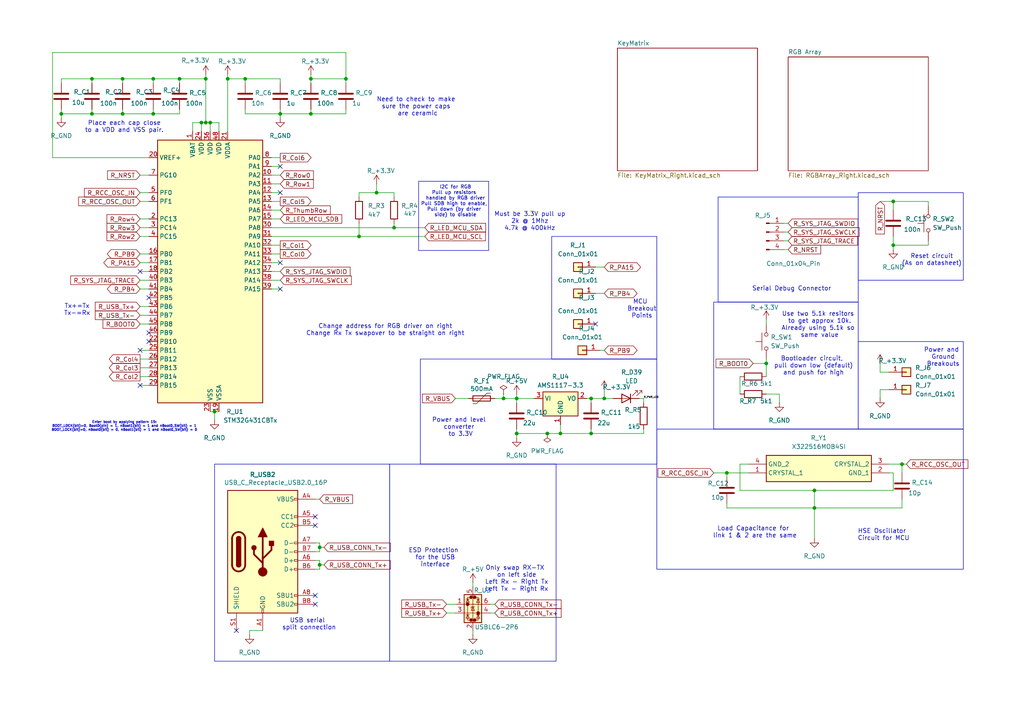
<source format=kicad_sch>
(kicad_sch (version 20250114) (generator "eeschema") (generator_version "9.0")
  (paper "A4")
  (lib_symbols
    (symbol "Connector:Conn_01x04_Pin" (pin_names (offset 1.016) (hide yes))
      (property "Reference" "J" (at 0 5.08 0))
      (property "Value" "Conn_01x04_Pin" (at 0 -7.62 0))
      (symbol "Conn_01x04_Pin_1_1"
        (pin passive line (at 5.08 2.54 180) (length 3.81) (name "Pin_1") (number "1"))
        (pin passive line (at 5.08 0 180) (length 3.81) (name "Pin_2") (number "2"))
        (pin passive line (at 5.08 -2.54 180) (length 3.81) (name "Pin_3") (number "3"))
        (pin passive line (at 5.08 -5.08 180) (length 3.81) (name "Pin_4") (number "4"))
      )
    )
    (symbol "Connector:USB_C_Receptacle_USB2.0_16P" (pin_names (offset 1.016))
      (property "Reference" "J" (at 0 22.225 0))
      (property "Value" "USB_C_Receptacle_USB2.0_16P" (at 0 19.685 0))
      (symbol "USB_C_Receptacle_USB2.0_16P_1_1"
        (pin passive line (at -7.62 -22.86 90) (length 5.08) (name "SHIELD") (number "S1"))
        (pin passive line (at 0 -22.86 90) (length 5.08) (name "GND") (number "A1"))
        (pin passive line (at 0 -22.86 90) (length 5.08) (hide yes) (name "GND") (number "A12"))
        (pin passive line (at 0 -22.86 90) (length 5.08) (hide yes) (name "GND") (number "B1"))
        (pin passive line (at 0 -22.86 90) (length 5.08) (hide yes) (name "GND") (number "B12"))
        (pin passive line (at 15.24 15.24 180) (length 5.08) (name "VBUS") (number "A4"))
        (pin passive line (at 15.24 15.24 180) (length 5.08) (hide yes) (name "VBUS") (number "A9"))
        (pin passive line (at 15.24 15.24 180) (length 5.08) (hide yes) (name "VBUS") (number "B4"))
        (pin passive line (at 15.24 15.24 180) (length 5.08) (hide yes) (name "VBUS") (number "B9"))
        (pin bidirectional line (at 15.24 10.16 180) (length 5.08) (name "CC1") (number "A5"))
        (pin bidirectional line (at 15.24 7.62 180) (length 5.08) (name "CC2") (number "B5"))
        (pin bidirectional line (at 15.24 2.54 180) (length 5.08) (name "D-") (number "A7"))
        (pin bidirectional line (at 15.24 0 180) (length 5.08) (name "D-") (number "B7"))
        (pin bidirectional line (at 15.24 -2.54 180) (length 5.08) (name "D+") (number "A6"))
        (pin bidirectional line (at 15.24 -5.08 180) (length 5.08) (name "D+") (number "B6"))
        (pin bidirectional line (at 15.24 -12.7 180) (length 5.08) (name "SBU1") (number "A8"))
        (pin bidirectional line (at 15.24 -15.24 180) (length 5.08) (name "SBU2") (number "B8"))
      )
    )
    (symbol "Connector_Generic:Conn_01x01" (pin_names (offset 1.016) (hide yes))
      (property "Reference" "J" (at 0 2.54 0))
      (property "Value" "Conn_01x01" (at 0 -2.54 0))
      (symbol "Conn_01x01_1_1"
        (pin passive line (at -5.08 0 0) (length 3.81) (name "Pin_1") (number "1"))
      )
    )
    (symbol "Device:C" (pin_numbers (hide yes)) (pin_names (offset 0.254))
      (property "Reference" "C" (at 0.635 2.54 0))
      (property "Value" "C" (at 0.635 -2.54 0))
      (symbol "C_1_1"
        (pin passive line (at 0 3.81 270) (length 2.794) (name "~") (number "1"))
        (pin passive line (at 0 -3.81 90) (length 2.794) (name "~") (number "2"))
      )
    )
    (symbol "Device:LED" (pin_numbers (hide yes)) (pin_names (offset 1.016) (hide yes))
      (property "Reference" "D" (at 0 2.54 0))
      (property "Value" "LED" (at 0 -2.54 0))
      (symbol "LED_1_1"
        (pin passive line (at -3.81 0 0) (length 2.54) (name "K") (number "1"))
        (pin passive line (at 3.81 0 180) (length 2.54) (name "A") (number "2"))
      )
    )
    (symbol "Device:Polyfuse" (pin_numbers (hide yes)) (pin_names (offset 0))
      (property "Reference" "F" (at -2.54 0 90))
      (property "Value" "Polyfuse" (at 2.54 0 90))
      (symbol "Polyfuse_1_1"
        (pin passive line (at 0 3.81 270) (length 1.27) (name "~") (number "1"))
        (pin passive line (at 0 -3.81 90) (length 1.27) (name "~") (number "2"))
      )
    )
    (symbol "Device:R" (pin_numbers (hide yes)) (pin_names (offset 0))
      (property "Reference" "R" (at 2.032 0 90))
      (property "Value" "R" (at 0 0 90))
      (symbol "R_1_1"
        (pin passive line (at 0 3.81 270) (length 1.27) (name "~") (number "1"))
        (pin passive line (at 0 -3.81 90) (length 1.27) (name "~") (number "2"))
      )
    )
    (symbol "MCU_ST_STM32G4:STM32G431CBTx"
      (property "Reference" "U" (at -15.24 39.37 0))
      (property "Value" "STM32G431CBTx" (at 7.62 39.37 0))
      (symbol "STM32G431CBTx_1_1"
        (pin input line (at -17.78 33.02 0) (length 2.54) (name "VREF+") (number "20"))
        (pin bidirectional line (at -17.78 27.94 0) (length 2.54) (name "PG10") (number "7"))
        (pin bidirectional line (at -17.78 22.86 0) (length 2.54) (name "PF0") (number "5"))
        (pin bidirectional line (at -17.78 20.32 0) (length 2.54) (name "PF1") (number "6"))
        (pin bidirectional line (at -17.78 15.24 0) (length 2.54) (name "PC13") (number "2"))
        (pin bidirectional line (at -17.78 12.7 0) (length 2.54) (name "PC14") (number "3"))
        (pin bidirectional line (at -17.78 10.16 0) (length 2.54) (name "PC15") (number "4"))
        (pin bidirectional line (at -17.78 5.08 0) (length 2.54) (name "PB0") (number "16"))
        (pin bidirectional line (at -17.78 2.54 0) (length 2.54) (name "PB1") (number "17"))
        (pin bidirectional line (at -17.78 0 0) (length 2.54) (name "PB2") (number "18"))
        (pin bidirectional line (at -17.78 -2.54 0) (length 2.54) (name "PB3") (number "40"))
        (pin bidirectional line (at -17.78 -5.08 0) (length 2.54) (name "PB4") (number "41"))
        (pin bidirectional line (at -17.78 -7.62 0) (length 2.54) (name "PB5") (number "42"))
        (pin bidirectional line (at -17.78 -10.16 0) (length 2.54) (name "PB6") (number "43"))
        (pin bidirectional line (at -17.78 -12.7 0) (length 2.54) (name "PB7") (number "44"))
        (pin bidirectional line (at -17.78 -15.24 0) (length 2.54) (name "PB8") (number "45"))
        (pin bidirectional line (at -17.78 -17.78 0) (length 2.54) (name "PB9") (number "46"))
        (pin bidirectional line (at -17.78 -20.32 0) (length 2.54) (name "PB10") (number "22"))
        (pin bidirectional line (at -17.78 -22.86 0) (length 2.54) (name "PB11") (number "25"))
        (pin bidirectional line (at -17.78 -25.4 0) (length 2.54) (name "PB12") (number "26"))
        (pin bidirectional line (at -17.78 -27.94 0) (length 2.54) (name "PB13") (number "27"))
        (pin bidirectional line (at -17.78 -30.48 0) (length 2.54) (name "PB14") (number "28"))
        (pin bidirectional line (at -17.78 -33.02 0) (length 2.54) (name "PB15") (number "29"))
        (pin power_in line (at -5.08 40.64 270) (length 2.54) (name "VBAT") (number "1"))
        (pin power_in line (at -2.54 40.64 270) (length 2.54) (name "VDD") (number "24"))
        (pin power_in line (at 0 40.64 270) (length 2.54) (name "VDD") (number "36"))
        (pin power_in line (at 0 -40.64 90) (length 2.54) (name "VSS") (number "23"))
        (pin passive line (at 0 -40.64 90) (length 2.54) (hide yes) (name "VSS") (number "35"))
        (pin passive line (at 0 -40.64 90) (length 2.54) (hide yes) (name "VSS") (number "47"))
        (pin power_in line (at 2.54 40.64 270) (length 2.54) (name "VDD") (number "48"))
        (pin power_in line (at 2.54 -40.64 90) (length 2.54) (name "VSSA") (number "19"))
        (pin power_in line (at 5.08 40.64 270) (length 2.54) (name "VDDA") (number "21"))
        (pin bidirectional line (at 17.78 33.02 180) (length 2.54) (name "PA0") (number "8"))
        (pin bidirectional line (at 17.78 30.48 180) (length 2.54) (name "PA1") (number "9"))
        (pin bidirectional line (at 17.78 27.94 180) (length 2.54) (name "PA2") (number "10"))
        (pin bidirectional line (at 17.78 25.4 180) (length 2.54) (name "PA3") (number "11"))
        (pin bidirectional line (at 17.78 22.86 180) (length 2.54) (name "PA4") (number "12"))
        (pin bidirectional line (at 17.78 20.32 180) (length 2.54) (name "PA5") (number "13"))
        (pin bidirectional line (at 17.78 17.78 180) (length 2.54) (name "PA6") (number "14"))
        (pin bidirectional line (at 17.78 15.24 180) (length 2.54) (name "PA7") (number "15"))
        (pin bidirectional line (at 17.78 12.7 180) (length 2.54) (name "PA8") (number "30"))
        (pin bidirectional line (at 17.78 10.16 180) (length 2.54) (name "PA9") (number "31"))
        (pin bidirectional line (at 17.78 7.62 180) (length 2.54) (name "PA10") (number "32"))
        (pin bidirectional line (at 17.78 5.08 180) (length 2.54) (name "PA11") (number "33"))
        (pin bidirectional line (at 17.78 2.54 180) (length 2.54) (name "PA12") (number "34"))
        (pin bidirectional line (at 17.78 0 180) (length 2.54) (name "PA13") (number "37"))
        (pin bidirectional line (at 17.78 -2.54 180) (length 2.54) (name "PA14") (number "38"))
        (pin bidirectional line (at 17.78 -5.08 180) (length 2.54) (name "PA15") (number "39"))
      )
    )
    (symbol "Power_Protection:USBLC6-2P6" (pin_names (hide yes))
      (property "Reference" "U" (at 0.635 5.715 0))
      (property "Value" "USBLC6-2P6" (at 0.635 3.81 0))
      (symbol "USBLC6-2P6_1_1"
        (pin passive line (at -5.08 0 0) (length 2.54) (name "I/O1") (number "1"))
        (pin passive line (at -5.08 -2.54 0) (length 2.54) (name "I/O2") (number "3"))
        (pin passive line (at 0 5.08 270) (length 2.54) (name "VBUS") (number "5"))
        (pin passive line (at 0 -7.62 90) (length 2.54) (name "GND") (number "2"))
        (pin passive line (at 5.08 0 180) (length 2.54) (name "I/O1") (number "6"))
        (pin passive line (at 5.08 -2.54 180) (length 2.54) (name "I/O2") (number "4"))
      )
    )
    (symbol "Regulator_Linear:AMS1117-3.3"
      (property "Reference" "U" (at -3.81 3.175 0))
      (property "Value" "AMS1117-3.3" (at 0 3.175 0))
      (symbol "AMS1117-3.3_1_1"
        (pin power_in line (at -7.62 0 0) (length 2.54) (name "VI") (number "3"))
        (pin power_in line (at 0 -7.62 90) (length 2.54) (name "GND") (number "1"))
        (pin power_out line (at 7.62 0 180) (length 2.54) (name "VO") (number "2"))
      )
    )
    (symbol "SamacSys_Parts:X322516MOB4SI"
      (property "Reference" "Y" (at 36.83 7.62 0))
      (property "Value" "X322516MOB4SI" (at 36.83 5.08 0))
      (symbol "X322516MOB4SI_1_1"
        (pin passive line (at 0 0 0) (length 5.08) (name "GND_2") (number "4"))
        (pin passive line (at 0 -2.54 0) (length 5.08) (name "CRYSTAL_1") (number "1"))
        (pin passive line (at 40.64 0 180) (length 5.08) (name "CRYSTAL_2") (number "3"))
        (pin passive line (at 40.64 -2.54 180) (length 5.08) (name "GND_1") (number "2"))
      )
    )
    (symbol "Switch:SW_Push" (pin_numbers (hide yes)) (pin_names (offset 1.016) (hide yes))
      (property "Reference" "SW" (at 1.27 2.54 0))
      (property "Value" "SW_Push" (at 0 -1.524 0))
      (symbol "SW_Push_0_1"
        (pin passive line (at -5.08 0 0) (length 2.54) (name "1") (number "1"))
        (pin passive line (at 5.08 0 180) (length 2.54) (name "2") (number "2"))
      )
    )
    (symbol "power:+3.3V" (power) (pin_numbers (hide yes)) (pin_names (offset 0) (hide yes))
      (property "Value" "+3.3V" (at 0 3.556 0))
      (symbol "+3.3V_1_1"
        (pin power_in line (at 0 0 90) (length 0) (name "~") (number "1"))
      )
    )
    (symbol "power:+5V" (power) (pin_numbers (hide yes)) (pin_names (offset 0) (hide yes))
      (property "Value" "+5V" (at 0 3.556 0))
      (symbol "+5V_1_1"
        (pin power_in line (at 0 0 90) (length 0) (name "~") (number "1"))
      )
    )
    (symbol "power:GND" (power) (pin_numbers (hide yes)) (pin_names (offset 0) (hide yes))
      (property "Value" "GND" (at 0 -3.81 0))
      (symbol "GND_1_1"
        (pin power_in line (at 0 0 270) (length 0) (name "~") (number "1"))
      )
    )
    (symbol "power:PWR_FLAG" (power) (pin_numbers (hide yes)) (pin_names (offset 0) (hide yes))
      (property "Value" "PWR_FLAG" (at 0 3.81 0))
      (symbol "PWR_FLAG_0_0"
        (pin power_out line (at 0 0 90) (length 0) (name "~") (number "1"))
      )
    )
  )
  (rectangle (start 121.92 104.14) (end 190.5 134.62))
  (rectangle (start 160.02 68.58) (end 190.5 104.14))
  (rectangle (start 190.5 124.46) (end 279.4 165.1))
  (rectangle (start 121.412 52.578) (end 141.732 72.644))
  (rectangle (start 208.28 57.15) (end 248.92 87.63))
  (rectangle (start 248.92 99.06) (end 279.4 124.46))
  (rectangle (start 62.23 134.62) (end 113.03 191.77))
  (rectangle (start 113.03 134.62) (end 161.29 191.77))
  (rectangle (start 207.01 87.63) (end 248.92 124.46))
  (rectangle (start 248.92 55.88) (end 279.4 81.28))
  (text "Place each cap close\nto a VDD and VSS pair." (at 36.068 36.83 0) (effects (font (size 1.27 1.27))))
  (text "Enter boot by applying pattern 15:\nBOOT_LOCK(bit)=0, Boot0(pin) = 1, nBoot1(bit) = 1 and nBoot0_SW(bit) = 1\nBOOT_LOCK(bit)=0, nBoot0(bit) = 0, nBoot1(bit) = 1 and nBoot0_SW(bit) = 0" (at 36.068 123.698 0) (effects (font (size 0.7 0.7))))
  (text "I2C for RGB\nPull up resistors \nhandled by RGB driver\nPull SDB high to enable, \nPull down (by driver \nside) to disable" (at 132.08 58.42 0) (effects (font (size 1 1))))
  (text "Load Capacitance for \nlink 1 & 2 are the same" (at 218.948 154.432 0) (effects (font (size 1.27 1.27))))
  (text "HSE Oscillator \nCircuit for MCU" (at 256.286 155.194 0) (effects (font (size 1.27 1.27))))
  (text "Reset circuit\n(As on datasheet)\n" (at 270.256 75.438 0) (effects (font (size 1.27 1.27))))
  (text "Power and \nGround\nBreakouts\n" (at 273.558 103.632 0) (effects (font (size 1.27 1.27))))
  (text "Tx+=Tx\nTx-=Rx" (at 22.352 89.916 0) (effects (font (size 1.27 1.27))))
  (text "Serial Debug Connector\n" (at 229.616 83.82 0) (effects (font (size 1.27 1.27))))
  (text "Only swap RX-TX \non left side\nLeft Rx - Right Tx\nLeft Tx - Right Rx" (at 149.86 167.894 0) (effects (font (size 1.27 1.27))))
  (text "Bootloader circuit, \npull down low (default)\nand push for high" (at 235.966 106.172 0) (effects (font (size 1.27 1.27))))
  (text "ESD Protection \nfor the USB\ninterface" (at 126.238 161.798 0) (effects (font (size 1.27 1.27))))
  (text "Must be 3.3V pull up\n2k @ 1Mhz\n4.7k @ 400kHz\n" (at 153.67 64.262 0) (effects (font (size 1.27 1.27))))
  (text "MCU \nBreakout\nPoints" (at 186.182 89.662 0) (effects (font (size 1.27 1.27))))
  (text "Use two 5.1k resitors \nto get approx 10k.\nAlready using 5.1k so \nsame value\n" (at 237.744 94.234 0) (effects (font (size 1.27 1.27))))
  (text "Change address for RGB driver on right\nChange Rx Tx swapover to be straight on right" (at 111.76 95.758 0) (effects (font (size 1.27 1.27))))
  (text "Need to check to make \nsure the power caps \nare ceramic" (at 121.158 30.988 0) (effects (font (size 1.27 1.27))))
  (text "USB serial \nsplit connection" (at 89.662 181.102 0) (effects (font (size 1.27 1.27))))
  (text "Power and level \nconverter \nto 3.3V" (at 133.604 123.952 0) (effects (font (size 1.27 1.27))))
  (junction (at 109.22 55.88))
  (junction (at 26.67 22.86))
  (junction (at 104.14 68.58))
  (junction (at 92.71 163.83))
  (junction (at 66.04 22.86))
  (junction (at 58.42 35.56))
  (junction (at 62.23 119.38))
  (junction (at 259.08 71.12))
  (junction (at 26.67 33.02))
  (junction (at 162.56 125.73))
  (junction (at 210.82 137.16))
  (junction (at 92.71 158.75))
  (junction (at 35.56 33.02))
  (junction (at 44.45 33.02))
  (junction (at 52.07 22.86))
  (junction (at 59.69 35.56))
  (junction (at 149.86 125.73))
  (junction (at 222.25 105.41))
  (junction (at 17.78 33.02))
  (junction (at 261.62 134.62))
  (junction (at 35.56 22.86))
  (junction (at 44.45 22.86))
  (junction (at 90.17 33.02))
  (junction (at 114.3 66.04))
  (junction (at 71.12 22.86))
  (junction (at 59.69 22.86))
  (junction (at 146.05 115.57))
  (junction (at 100.33 22.86))
  (junction (at 158.75 125.73))
  (junction (at 171.45 125.73))
  (junction (at 60.96 35.56))
  (junction (at 236.22 142.24))
  (junction (at 149.86 115.57))
  (junction (at 81.28 33.02))
  (junction (at 90.17 22.86))
  (junction (at 175.26 115.57))
  (junction (at 259.08 58.42))
  (junction (at 236.22 147.32))
  (junction (at 171.45 115.57))
  (no_connect (at 91.44 175.26))
  (no_connect (at 40.64 101.6))
  (no_connect (at 81.28 83.82))
  (no_connect (at 81.28 55.88))
  (no_connect (at 40.64 111.76))
  (no_connect (at 81.28 76.2))
  (no_connect (at 91.44 152.4))
  (no_connect (at 91.44 172.72))
  (no_connect (at 43.18 96.52))
  (no_connect (at 172.72 93.98))
  (no_connect (at 43.18 99.06))
  (no_connect (at 43.18 86.36))
  (no_connect (at 68.58 182.88))
  (no_connect (at 81.28 48.26))
  (no_connect (at 40.64 78.74))
  (no_connect (at 91.44 149.86))
  (wire (pts (xy 71.12 31.75) (xy 71.12 33.02)))
  (wire (pts (xy 257.81 137.16) (xy 259.08 137.16)))
  (wire (pts (xy 40.64 101.6) (xy 43.18 101.6)))
  (wire (pts (xy 40.64 106.68) (xy 43.18 106.68)))
  (wire (pts (xy 228.6 69.85) (xy 227.33 69.85)))
  (wire (pts (xy 40.64 111.76) (xy 43.18 111.76)))
  (wire (pts (xy 210.82 147.32) (xy 236.22 147.32)))
  (wire (pts (xy 63.5 38.1) (xy 63.5 35.56)))
  (wire (pts (xy 129.54 175.26) (xy 132.08 175.26)))
  (wire (pts (xy 40.64 109.22) (xy 43.18 109.22)))
  (wire (pts (xy 81.28 76.2) (xy 78.74 76.2)))
  (wire (pts (xy 35.56 31.75) (xy 35.56 33.02)))
  (wire (pts (xy 71.12 22.86) (xy 81.28 22.86)))
  (wire (pts (xy 44.45 22.86) (xy 44.45 24.13)))
  (wire (pts (xy 40.64 63.5) (xy 43.18 63.5)))
  (wire (pts (xy 60.96 35.56) (xy 60.96 38.1)))
  (wire (pts (xy 255.27 113.03) (xy 255.27 115.57)))
  (wire (pts (xy 149.86 125.73) (xy 149.86 127)))
  (wire (pts (xy 90.17 22.86) (xy 90.17 24.13)))
  (wire (pts (xy 81.28 22.86) (xy 81.28 24.13)))
  (wire (pts (xy 26.67 22.86) (xy 35.56 22.86)))
  (wire (pts (xy 222.25 105.41) (xy 222.25 109.22)))
  (wire (pts (xy 149.86 124.46) (xy 149.86 125.73)))
  (wire (pts (xy 104.14 64.77) (xy 104.14 68.58)))
  (wire (pts (xy 218.44 105.41) (xy 222.25 105.41)))
  (wire (pts (xy 186.69 115.57) (xy 186.69 116.84)))
  (wire (pts (xy 40.64 88.9) (xy 43.18 88.9)))
  (wire (pts (xy 81.28 31.75) (xy 81.28 33.02)))
  (wire (pts (xy 158.75 125.73) (xy 162.56 125.73)))
  (wire (pts (xy 226.06 114.3) (xy 226.06 116.84)))
  (wire (pts (xy 81.28 73.66) (xy 78.74 73.66)))
  (wire (pts (xy 58.42 35.56) (xy 58.42 38.1)))
  (wire (pts (xy 171.45 115.57) (xy 171.45 116.84)))
  (wire (pts (xy 59.69 35.56) (xy 58.42 35.56)))
  (wire (pts (xy 173.99 101.6) (xy 175.26 101.6)))
  (wire (pts (xy 81.28 33.02) (xy 81.28 34.29)))
  (wire (pts (xy 210.82 137.16) (xy 210.82 138.43)))
  (wire (pts (xy 92.71 157.48) (xy 92.71 158.75)))
  (wire (pts (xy 81.28 45.72) (xy 78.74 45.72)))
  (wire (pts (xy 228.6 67.31) (xy 227.33 67.31)))
  (wire (pts (xy 81.28 81.28) (xy 78.74 81.28)))
  (wire (pts (xy 52.07 31.75) (xy 52.07 33.02)))
  (wire (pts (xy 71.12 33.02) (xy 81.28 33.02)))
  (wire (pts (xy 81.28 53.34) (xy 78.74 53.34)))
  (wire (pts (xy 26.67 22.86) (xy 26.67 24.13)))
  (wire (pts (xy 149.86 125.73) (xy 158.75 125.73)))
  (wire (pts (xy 90.17 33.02) (xy 90.17 31.75)))
  (wire (pts (xy 228.6 72.39) (xy 227.33 72.39)))
  (wire (pts (xy 255.27 107.95) (xy 255.27 105.41)))
  (wire (pts (xy 186.69 124.46) (xy 186.69 125.73)))
  (wire (pts (xy 40.64 58.42) (xy 43.18 58.42)))
  (wire (pts (xy 146.05 114.3) (xy 146.05 115.57)))
  (wire (pts (xy 81.28 71.12) (xy 78.74 71.12)))
  (wire (pts (xy 17.78 22.86) (xy 26.67 22.86)))
  (wire (pts (xy 217.17 134.62) (xy 214.63 134.62)))
  (wire (pts (xy 257.81 113.03) (xy 255.27 113.03)))
  (wire (pts (xy 40.64 78.74) (xy 43.18 78.74)))
  (wire (pts (xy 40.64 68.58) (xy 43.18 68.58)))
  (wire (pts (xy 44.45 31.75) (xy 44.45 33.02)))
  (wire (pts (xy 214.63 134.62) (xy 214.63 142.24)))
  (wire (pts (xy 143.51 177.8) (xy 142.24 177.8)))
  (wire (pts (xy 72.39 182.88) (xy 72.39 184.15)))
  (wire (pts (xy 257.81 107.95) (xy 255.27 107.95)))
  (wire (pts (xy 185.42 115.57) (xy 186.69 115.57)))
  (wire (pts (xy 269.24 69.85) (xy 269.24 71.12)))
  (wire (pts (xy 78.74 66.04) (xy 114.3 66.04)))
  (wire (pts (xy 104.14 68.58) (xy 123.19 68.58)))
  (wire (pts (xy 104.14 57.15) (xy 104.14 55.88)))
  (wire (pts (xy 59.69 22.86) (xy 59.69 35.56)))
  (wire (pts (xy 91.44 165.1) (xy 92.71 165.1)))
  (wire (pts (xy 222.25 104.14) (xy 222.25 105.41)))
  (wire (pts (xy 259.08 68.58) (xy 259.08 71.12)))
  (wire (pts (xy 269.24 58.42) (xy 269.24 59.69)))
  (wire (pts (xy 214.63 142.24) (xy 236.22 142.24)))
  (wire (pts (xy 17.78 33.02) (xy 26.67 33.02)))
  (wire (pts (xy 114.3 66.04) (xy 123.19 66.04)))
  (wire (pts (xy 109.22 55.88) (xy 104.14 55.88)))
  (wire (pts (xy 100.33 33.02) (xy 100.33 31.75)))
  (wire (pts (xy 44.45 22.86) (xy 52.07 22.86)))
  (wire (pts (xy 137.16 168.91) (xy 137.16 170.18)))
  (wire (pts (xy 15.24 45.72) (xy 15.24 15.24)))
  (wire (pts (xy 35.56 22.86) (xy 35.56 24.13)))
  (wire (pts (xy 59.69 21.59) (xy 59.69 22.86)))
  (wire (pts (xy 62.23 119.38) (xy 62.23 121.92)))
  (wire (pts (xy 162.56 125.73) (xy 171.45 125.73)))
  (wire (pts (xy 40.64 50.8) (xy 43.18 50.8)))
  (wire (pts (xy 92.71 163.83) (xy 93.98 163.83)))
  (wire (pts (xy 40.64 93.98) (xy 43.18 93.98)))
  (wire (pts (xy 236.22 142.24) (xy 259.08 142.24)))
  (wire (pts (xy 81.28 63.5) (xy 78.74 63.5)))
  (wire (pts (xy 175.26 113.03) (xy 175.26 115.57)))
  (wire (pts (xy 259.08 58.42) (xy 269.24 58.42)))
  (wire (pts (xy 91.44 144.78) (xy 92.71 144.78)))
  (wire (pts (xy 17.78 22.86) (xy 17.78 24.13)))
  (wire (pts (xy 146.05 115.57) (xy 149.86 115.57)))
  (wire (pts (xy 137.16 182.88) (xy 137.16 184.15)))
  (wire (pts (xy 171.45 124.46) (xy 171.45 125.73)))
  (wire (pts (xy 40.64 81.28) (xy 43.18 81.28)))
  (wire (pts (xy 143.51 175.26) (xy 142.24 175.26)))
  (wire (pts (xy 15.24 45.72) (xy 43.18 45.72)))
  (wire (pts (xy 92.71 160.02) (xy 91.44 160.02)))
  (wire (pts (xy 26.67 31.75) (xy 26.67 33.02)))
  (wire (pts (xy 17.78 33.02) (xy 17.78 34.29)))
  (wire (pts (xy 132.08 115.57) (xy 135.89 115.57)))
  (wire (pts (xy 17.78 31.75) (xy 17.78 33.02)))
  (wire (pts (xy 236.22 147.32) (xy 236.22 156.21)))
  (wire (pts (xy 81.28 60.96) (xy 78.74 60.96)))
  (wire (pts (xy 143.51 115.57) (xy 146.05 115.57)))
  (wire (pts (xy 222.25 92.71) (xy 222.25 93.98)))
  (wire (pts (xy 91.44 157.48) (xy 92.71 157.48)))
  (wire (pts (xy 52.07 22.86) (xy 52.07 24.13)))
  (wire (pts (xy 92.71 158.75) (xy 93.98 158.75)))
  (wire (pts (xy 228.6 64.77) (xy 227.33 64.77)))
  (wire (pts (xy 81.28 48.26) (xy 78.74 48.26)))
  (wire (pts (xy 207.01 137.16) (xy 210.82 137.16)))
  (wire (pts (xy 214.63 109.22) (xy 214.63 114.3)))
  (wire (pts (xy 259.08 58.42) (xy 259.08 60.96)))
  (wire (pts (xy 92.71 163.83) (xy 92.71 165.1)))
  (wire (pts (xy 261.62 147.32) (xy 236.22 147.32)))
  (wire (pts (xy 100.33 22.86) (xy 100.33 24.13)))
  (wire (pts (xy 90.17 22.86) (xy 100.33 22.86)))
  (wire (pts (xy 259.08 72.39) (xy 259.08 71.12)))
  (wire (pts (xy 129.54 177.8) (xy 132.08 177.8)))
  (wire (pts (xy 40.64 76.2) (xy 43.18 76.2)))
  (wire (pts (xy 261.62 147.32) (xy 261.62 144.78)))
  (wire (pts (xy 109.22 55.88) (xy 114.3 55.88)))
  (wire (pts (xy 261.62 134.62) (xy 262.89 134.62)))
  (wire (pts (xy 259.08 137.16) (xy 259.08 142.24)))
  (wire (pts (xy 236.22 142.24) (xy 236.22 147.32)))
  (wire (pts (xy 78.74 68.58) (xy 104.14 68.58)))
  (wire (pts (xy 109.22 53.34) (xy 109.22 55.88)))
  (wire (pts (xy 175.26 115.57) (xy 177.8 115.57)))
  (wire (pts (xy 81.28 50.8) (xy 78.74 50.8)))
  (wire (pts (xy 40.64 55.88) (xy 43.18 55.88)))
  (wire (pts (xy 261.62 134.62) (xy 261.62 137.16)))
  (wire (pts (xy 114.3 55.88) (xy 114.3 57.15)))
  (wire (pts (xy 149.86 115.57) (xy 154.94 115.57)))
  (wire (pts (xy 62.23 119.38) (xy 63.5 119.38)))
  (wire (pts (xy 66.04 22.86) (xy 66.04 38.1)))
  (wire (pts (xy 257.81 134.62) (xy 261.62 134.62)))
  (wire (pts (xy 40.64 66.04) (xy 43.18 66.04)))
  (wire (pts (xy 222.25 114.3) (xy 226.06 114.3)))
  (wire (pts (xy 114.3 64.77) (xy 114.3 66.04)))
  (wire (pts (xy 66.04 22.86) (xy 71.12 22.86)))
  (wire (pts (xy 186.69 125.73) (xy 171.45 125.73)))
  (wire (pts (xy 71.12 22.86) (xy 71.12 24.13)))
  (wire (pts (xy 63.5 35.56) (xy 60.96 35.56)))
  (wire (pts (xy 255.27 58.42) (xy 259.08 58.42)))
  (wire (pts (xy 149.86 114.3) (xy 149.86 115.57)))
  (wire (pts (xy 91.44 162.56) (xy 92.71 162.56)))
  (wire (pts (xy 81.28 33.02) (xy 90.17 33.02)))
  (wire (pts (xy 40.64 73.66) (xy 43.18 73.66)))
  (wire (pts (xy 52.07 33.02) (xy 44.45 33.02)))
  (wire (pts (xy 52.07 22.86) (xy 59.69 22.86)))
  (wire (pts (xy 100.33 15.24) (xy 100.33 22.86)))
  (wire (pts (xy 172.72 77.47) (xy 175.26 77.47)))
  (wire (pts (xy 40.64 83.82) (xy 43.18 83.82)))
  (wire (pts (xy 172.72 85.09) (xy 175.26 85.09)))
  (wire (pts (xy 72.39 182.88) (xy 76.2 182.88)))
  (wire (pts (xy 58.42 35.56) (xy 55.88 35.56)))
  (wire (pts (xy 90.17 33.02) (xy 100.33 33.02)))
  (wire (pts (xy 81.28 58.42) (xy 78.74 58.42)))
  (wire (pts (xy 81.28 78.74) (xy 78.74 78.74)))
  (wire (pts (xy 81.28 55.88) (xy 78.74 55.88)))
  (wire (pts (xy 171.45 115.57) (xy 175.26 115.57)))
  (wire (pts (xy 35.56 22.86) (xy 44.45 22.86)))
  (wire (pts (xy 90.17 21.59) (xy 90.17 22.86)))
  (wire (pts (xy 81.28 83.82) (xy 78.74 83.82)))
  (wire (pts (xy 15.24 15.24) (xy 100.33 15.24)))
  (wire (pts (xy 60.96 119.38) (xy 62.23 119.38)))
  (wire (pts (xy 92.71 158.75) (xy 92.71 160.02)))
  (wire (pts (xy 217.17 137.16) (xy 210.82 137.16)))
  (wire (pts (xy 259.08 71.12) (xy 269.24 71.12)))
  (wire (pts (xy 66.04 21.59) (xy 66.04 22.86)))
  (wire (pts (xy 40.64 91.44) (xy 43.18 91.44)))
  (wire (pts (xy 44.45 33.02) (xy 35.56 33.02)))
  (wire (pts (xy 162.56 125.73) (xy 162.56 123.19)))
  (wire (pts (xy 210.82 146.05) (xy 210.82 147.32)))
  (wire (pts (xy 170.18 115.57) (xy 171.45 115.57)))
  (wire (pts (xy 149.86 115.57) (xy 149.86 116.84)))
  (wire (pts (xy 92.71 162.56) (xy 92.71 163.83)))
  (wire (pts (xy 60.96 35.56) (xy 59.69 35.56)))
  (wire (pts (xy 26.67 33.02) (xy 35.56 33.02)))
  (wire (pts (xy 55.88 35.56) (xy 55.88 38.1)))
  (wire (pts (xy 40.64 104.14) (xy 43.18 104.14)))
  (label "R_PWR_LED" (at 186.69 115.57 0) (effects (font (size 0.5 0.5))))
  (global_label "R_Col0" (shape output) (at 81.28 73.66 0) (property "Intersheetrefs" "${INTERSHEET_REFS}" (effects (hide yes))))
  (global_label "R_VBUS" (shape input) (at 132.08 115.57 180) (property "Intersheetrefs" "${INTERSHEET_REFS}" (effects (hide yes))))
  (global_label "R_NRST" (shape input) (at 228.6 72.39 0) (property "Intersheetrefs" "${INTERSHEET_REFS}" (effects (hide yes))))
  (global_label "R_Row1" (shape input) (at 81.28 53.34 0) (property "Intersheetrefs" "${INTERSHEET_REFS}" (effects (hide yes))))
  (global_label "R_PB4" (shape bidirectional) (at 40.64 83.82 180) (property "Intersheetrefs" "${INTERSHEET_REFS}" (effects (hide yes))))
  (global_label "R_LED_MCU_SDA" (shape input) (at 123.19 66.04 0) (property "Intersheetrefs" "${INTERSHEET_REFS}" (effects (hide yes))))
  (global_label "R_Row2" (shape input) (at 40.64 68.58 180) (property "Intersheetrefs" "${INTERSHEET_REFS}" (effects (hide yes))))
  (global_label "R_Row3" (shape input) (at 40.64 66.04 180) (property "Intersheetrefs" "${INTERSHEET_REFS}" (effects (hide yes))))
  (global_label "R_ThumbRow" (shape input) (at 81.28 60.96 0) (property "Intersheetrefs" "${INTERSHEET_REFS}" (effects (hide yes))))
  (global_label "R_PB9" (shape bidirectional) (at 175.26 101.6 0) (property "Intersheetrefs" "${INTERSHEET_REFS}" (effects (hide yes))))
  (global_label "R_Col5" (shape output) (at 81.28 58.42 0) (property "Intersheetrefs" "${INTERSHEET_REFS}" (effects (hide yes))))
  (global_label "R_USB_Tx+" (shape input) (at 129.54 177.8 180) (property "Intersheetrefs" "${INTERSHEET_REFS}" (effects (hide yes))))
  (global_label "R_USB_Tx+" (shape input) (at 40.64 88.9 180) (property "Intersheetrefs" "${INTERSHEET_REFS}" (effects (hide yes))))
  (global_label "R_RCC_OSC_IN" (shape input) (at 207.01 137.16 180) (property "Intersheetrefs" "${INTERSHEET_REFS}" (effects (hide yes))))
  (global_label "R_NRST" (shape input) (at 255.27 58.42 270) (property "Intersheetrefs" "${INTERSHEET_REFS}" (effects (hide yes))))
  (global_label "R_SYS_JTAG_SWDIO" (shape input) (at 81.28 78.74 0) (property "Intersheetrefs" "${INTERSHEET_REFS}" (effects (hide yes))))
  (global_label "R_PB4" (shape bidirectional) (at 175.26 85.09 0) (property "Intersheetrefs" "${INTERSHEET_REFS}" (effects (hide yes))))
  (global_label "R_LED_MCU_SCL" (shape input) (at 123.19 68.58 0) (property "Intersheetrefs" "${INTERSHEET_REFS}" (effects (hide yes))))
  (global_label "R_RCC_OSC_OUT" (shape input) (at 262.89 134.62 0) (property "Intersheetrefs" "${INTERSHEET_REFS}" (effects (hide yes))))
  (global_label "R_RCC_OSC_OUT" (shape input) (at 40.64 58.42 180) (property "Intersheetrefs" "${INTERSHEET_REFS}" (effects (hide yes))))
  (global_label "R_SYS_JTAG_TRACE" (shape input) (at 40.64 81.28 180) (property "Intersheetrefs" "${INTERSHEET_REFS}" (effects (hide yes))))
  (global_label "R_Col4" (shape output) (at 40.64 104.14 180) (property "Intersheetrefs" "${INTERSHEET_REFS}" (effects (hide yes))))
  (global_label "R_USB_Tx-" (shape input) (at 40.64 91.44 180) (property "Intersheetrefs" "${INTERSHEET_REFS}" (effects (hide yes))))
  (global_label "R_Row0" (shape input) (at 81.28 50.8 0) (property "Intersheetrefs" "${INTERSHEET_REFS}" (effects (hide yes))))
  (global_label "R_SYS_JTAG_SWDIO" (shape input) (at 228.6 64.77 0) (property "Intersheetrefs" "${INTERSHEET_REFS}" (effects (hide yes))))
  (global_label "R_SYS_JTAG_SWCLK" (shape input) (at 81.28 81.28 0) (property "Intersheetrefs" "${INTERSHEET_REFS}" (effects (hide yes))))
  (global_label "R_NRST" (shape input) (at 40.64 50.8 180) (property "Intersheetrefs" "${INTERSHEET_REFS}" (effects (hide yes))))
  (global_label "R_USB_CONN_Tx+" (shape input) (at 143.51 177.8 0) (property "Intersheetrefs" "${INTERSHEET_REFS}" (effects (hide yes))))
  (global_label "R_BOOT0" (shape input) (at 218.44 105.41 180) (property "Intersheetrefs" "${INTERSHEET_REFS}" (effects (hide yes))))
  (global_label "R_Col1" (shape output) (at 81.28 71.12 0) (property "Intersheetrefs" "${INTERSHEET_REFS}" (effects (hide yes))))
  (global_label "R_Col2" (shape output) (at 40.64 109.22 180) (property "Intersheetrefs" "${INTERSHEET_REFS}" (effects (hide yes))))
  (global_label "R_USB_CONN_Tx-" (shape input) (at 143.51 175.26 0) (property "Intersheetrefs" "${INTERSHEET_REFS}" (effects (hide yes))))
  (global_label "R_RCC_OSC_IN" (shape input) (at 40.64 55.88 180) (property "Intersheetrefs" "${INTERSHEET_REFS}" (effects (hide yes))))
  (global_label "R_LED_MCU_SDB" (shape input) (at 81.28 63.5 0) (property "Intersheetrefs" "${INTERSHEET_REFS}" (effects (hide yes))))
  (global_label "R_VBUS" (shape input) (at 92.71 144.78 0) (property "Intersheetrefs" "${INTERSHEET_REFS}" (effects (hide yes))))
  (global_label "R_PA15" (shape bidirectional) (at 40.64 76.2 180) (property "Intersheetrefs" "${INTERSHEET_REFS}" (effects (hide yes))))
  (global_label "R_SYS_JTAG_TRACE" (shape input) (at 228.6 69.85 0) (property "Intersheetrefs" "${INTERSHEET_REFS}" (effects (hide yes))))
  (global_label "R_USB_CONN_Tx-" (shape input) (at 93.98 158.75 0) (property "Intersheetrefs" "${INTERSHEET_REFS}" (effects (hide yes))))
  (global_label "R_Row4" (shape input) (at 40.64 63.5 180) (property "Intersheetrefs" "${INTERSHEET_REFS}" (effects (hide yes))))
  (global_label "R_USB_Tx-" (shape input) (at 129.54 175.26 180) (property "Intersheetrefs" "${INTERSHEET_REFS}" (effects (hide yes))))
  (global_label "R_SYS_JTAG_SWCLK" (shape input) (at 228.6 67.31 0) (property "Intersheetrefs" "${INTERSHEET_REFS}" (effects (hide yes))))
  (global_label "R_PA15" (shape bidirectional) (at 175.26 77.47 0) (property "Intersheetrefs" "${INTERSHEET_REFS}" (effects (hide yes))))
  (global_label "R_Col6" (shape output) (at 81.28 45.72 0) (property "Intersheetrefs" "${INTERSHEET_REFS}" (effects (hide yes))))
  (global_label "R_PB9" (shape bidirectional) (at 40.64 73.66 180) (property "Intersheetrefs" "${INTERSHEET_REFS}" (effects (hide yes))))
  (global_label "R_BOOT0" (shape input) (at 40.64 93.98 180) (property "Intersheetrefs" "${INTERSHEET_REFS}" (effects (hide yes))))
  (global_label "R_Col3" (shape output) (at 40.64 106.68 180) (property "Intersheetrefs" "${INTERSHEET_REFS}" (effects (hide yes))))
  (global_label "R_USB_CONN_Tx+" (shape input) (at 93.98 163.83 0) (property "Intersheetrefs" "${INTERSHEET_REFS}" (effects (hide yes))))
  (symbol (lib_id "power:+3.3V") (at 255.27 105.41 0) (unit 1)
    (property "Reference" "#PWR033" (effects (hide yes)))
    (property "Value" "R_+3.3V" (at 258.826 104.648 0))
    (property "Description" "Power symbol creates a global label with name \"+3.3V\"" (effects (hide yes)))
  )
  (symbol (lib_id "Device:R") (at 114.3 60.96 0) (unit 1)
    (property "Reference" "R_R4" (at 116.332 59.69 0) (effects (justify left)))
    (property "Value" "4k7" (at 117.094 61.976 0) (effects (justify left)))
    (property "Footprint" "Resistor_SMD:R_0603_1608Metric" (effects (hide yes)))
    (property "Description" "Resistor" (effects (hide yes)))
    (property "LCSC Part Number" "C23162" (effects (hide yes)))
  )
  (symbol (lib_id "Device:C") (at 100.33 27.94 0) (unit 1)
    (property "Reference" "R_C9" (at 103.124 26.924 0) (effects (justify left)))
    (property "Value" "1u" (at 102.108 29.972 0) (effects (justify left)))
    (property "Footprint" "Capacitor_SMD:C_0603_1608Metric" (effects (hide yes)))
    (property "Description" "Unpolarized capacitor" (effects (hide yes)))
    (property "LCSC Part Number" "C1592" (effects (hide yes)))
  )
  (symbol (lib_id "Device:R") (at 218.44 114.3 270) (unit 1)
    (property "Reference" "R_R7" (at 216.916 116.332 90))
    (property "Value" "5k1" (at 222.25 116.332 90))
    (property "Footprint" "Resistor_SMD:R_0603_1608Metric" (effects (hide yes)))
    (property "Description" "Resistor" (effects (hide yes)))
    (property "LCSC Part Number" "C23067" (effects (hide yes)))
  )
  (symbol (lib_id "Device:C") (at 210.82 142.24 0) (unit 1)
    (property "Reference" "R_C12" (at 205.232 140.208 0) (effects (justify left)))
    (property "Value" "10p" (at 206.248 144.272 0) (effects (justify left)))
    (property "Footprint" "Capacitor_SMD:C_0402_1005Metric" (effects (hide yes)))
    (property "Description" "Unpolarized capacitor" (effects (hide yes)))
    (property "LCSC Part Number" "C1545" (effects (hide yes)))
  )
  (symbol (lib_id "MCU_ST_STM32G4:STM32G431CBTx") (at 60.96 78.74 0) (unit 1)
    (property "Reference" "R_U1" (at 65.6433 119.38 0) (effects (justify left)))
    (property "Value" "STM32G431CBTx" (at 64.77 121.92 0) (effects (justify left)))
    (property "Footprint" "Package_QFP:LQFP-48_7x7mm_P0.5mm" (effects (hide yes)))
    (property "Datasheet" "https://www.st.com/resource/en/datasheet/stm32g431cb.pdf" (effects (hide yes)))
    (property "Description" "STMicroelectronics Arm Cortex-M4 MCU, 128KB flash, 32KB RAM, 170 MHz, 1.71-3.6V, 38 GPIO, LQFP48" (effects (hide yes)))
    (property "LCSC Part Number" "C529355" (effects (hide yes)))
  )
  (symbol (lib_id "power:+3.3V") (at 222.25 92.71 0) (unit 1)
    (property "Reference" "#PWR032" (effects (hide yes)))
    (property "Value" "R_+3.3V" (at 221.742 89.154 0))
    (property "Description" "Power symbol creates a global label with name \"+3.3V\"" (effects (hide yes)))
  )
  (symbol (lib_id "Connector:Conn_01x04_Pin") (at 222.25 67.31 0) (unit 1)
    (property "Reference" "R_J5" (at 221.234 62.484 0))
    (property "Value" "Conn_01x04_Pin" (at 230.124 76.454 0))
    (property "Footprint" "Connector_Wire:SolderWire-1sqmm_1x04_P5.4mm_D1.4mm_OD2.7mm" (effects (hide yes)))
    (property "Description" "Generic connector, single row, 01x04, script generated" (effects (hide yes)))
  )
  (symbol (lib_id "power:GND") (at 62.23 121.92 0) (unit 1)
    (property "Reference" "#PWR038" (effects (hide yes)))
    (property "Value" "R_GND" (at 62.23 127 0))
    (property "Description" "Power symbol creates a global label with name \"GND\" , ground" (effects (hide yes)))
  )
  (symbol (lib_id "Device:C") (at 26.67 27.94 0) (unit 1)
    (property "Reference" "R_C2" (at 30.48 26.6699 0) (effects (justify left)))
    (property "Value" "100n" (at 28.956 29.972 0) (effects (justify left)))
    (property "Footprint" "Capacitor_SMD:C_0402_1005Metric" (effects (hide yes)))
    (property "Description" "Unpolarized capacitor" (effects (hide yes)))
    (property "LCSC Part Number" "C1525" (effects (hide yes)))
  )
  (symbol (lib_id "Connector_Generic:Conn_01x01") (at 262.89 113.03 0) (unit 1)
    (property "Reference" "R_J7" (at 265.43 111.7599 0) (effects (justify left)))
    (property "Value" "Conn_01x01" (at 265.43 114.2999 0) (effects (justify left)))
    (property "Footprint" "Connector_Wire:SolderWire-0.1sqmm_1x01_D0.4mm_OD1mm" (effects (hide yes)))
    (property "Description" "Generic connector, single row, 01x01, script generated (kicad-library-utils/schlib/autogen/connector/)" (effects (hide yes)))
  )
  (symbol (lib_id "Device:R") (at 218.44 109.22 270) (unit 1)
    (property "Reference" "R_R6" (at 217.424 111.252 90))
    (property "Value" "5k1" (at 222.25 111.252 90))
    (property "Footprint" "Resistor_SMD:R_0603_1608Metric" (effects (hide yes)))
    (property "Description" "Resistor" (effects (hide yes)))
    (property "LCSC Part Number" "C23067" (effects (hide yes)))
  )
  (symbol (lib_id "power:PWR_FLAG") (at 158.75 125.73 180) (unit 1)
    (property "Reference" "#FLG04" (effects (hide yes)))
    (property "Value" "PWR_FLAG" (at 158.75 130.81 0))
    (property "Description" "Special symbol for telling ERC where power comes from" (effects (hide yes)))
  )
  (symbol (lib_id "Device:C") (at 35.56 27.94 0) (unit 1)
    (property "Reference" "R_C3" (at 39.37 26.6699 0) (effects (justify left)))
    (property "Value" "100n" (at 37.846 29.972 0) (effects (justify left)))
    (property "Footprint" "Capacitor_SMD:C_0402_1005Metric" (effects (hide yes)))
    (property "Description" "Unpolarized capacitor" (effects (hide yes)))
    (property "LCSC Part Number" "C1525" (effects (hide yes)))
  )
  (symbol (lib_id "power:+3.3V") (at 90.17 21.59 0) (unit 1)
    (property "Reference" "#PWR09" (effects (hide yes)))
    (property "Value" "R_+3.3V" (at 91.44 17.78 0))
    (property "Description" "Power symbol creates a global label with name \"+3.3V\"" (effects (hide yes)))
  )
  (symbol (lib_id "Switch:SW_Push") (at 269.24 64.77 90) (unit 1)
    (property "Reference" "R_SW2" (at 270.51 63.4999 90) (effects (justify right)))
    (property "Value" "SW_Push" (at 270.51 66.0399 90) (effects (justify right)))
    (property "Footprint" "CustomSPDTButton:SPDT_Switch_KiCad_BasicComponent" (effects (hide yes)))
    (property "Description" "Push button switch, generic, two pins" (effects (hide yes)))
    (property "LCSC Part Number" "C231329" (effects (hide yes)))
  )
  (symbol (lib_id "Device:Polyfuse") (at 139.7 115.57 90) (unit 1)
    (property "Reference" "R_F1" (at 139.7 110.49 90))
    (property "Value" "500mA" (at 139.7 112.776 90))
    (property "Footprint" "Fuse:Fuse_1206_3216Metric" (effects (hide yes)))
    (property "Description" "Resettable fuse, polymeric positive temperature coefficient" (effects (hide yes)))
    (property "LCSC Part Number" "C135336" (effects (hide yes)))
  )
  (symbol (lib_id "Connector_Generic:Conn_01x01") (at 262.89 107.95 0) (unit 1)
    (property "Reference" "R_J6" (at 265.43 106.6799 0) (effects (justify left)))
    (property "Value" "Conn_01x01" (at 265.43 109.2199 0) (effects (justify left)))
    (property "Footprint" "Connector_Wire:SolderWire-0.1sqmm_1x01_D0.4mm_OD1mm" (effects (hide yes)))
    (property "Description" "Generic connector, single row, 01x01, script generated (kicad-library-utils/schlib/autogen/connector/)" (effects (hide yes)))
  )
  (symbol (lib_id "Connector:USB_C_Receptacle_USB2.0_16P") (at 76.2 160.02 0) (unit 1)
    (property "Reference" "R_USB2" (at 76.2 137.668 0) (effects (font (thickness 0.254) (bold yes))))
    (property "Value" "USB_C_Receptacle_USB2.0_16P" (at 80.01 139.954 0))
    (property "Footprint" "Connector_USB:USB_C_Receptacle_G-Switch_GT-USB-7010ASV" (effects (hide yes)))
    (property "Datasheet" "https://www.usb.org/sites/default/files/documents/usb_type-c.zip" (effects (hide yes)))
    (property "Description" "USB 2.0-only 16P Type-C Receptacle connector" (effects (hide yes)))
    (property "LCSC Part Number" "C2988369" (effects (hide yes)))
  )
  (symbol (lib_id "Connector_Generic:Conn_01x01") (at 167.64 85.09 180) (unit 1)
    (property "Reference" "R_J2" (at 170.18 78.74 0))
    (property "Value" "Conn_01x01" (at 167.64 81.28 0))
    (property "Footprint" "Connector_Wire:SolderWire-0.1sqmm_1x01_D0.4mm_OD1mm" (effects (hide yes)))
    (property "Description" "Generic connector, single row, 01x01, script generated (kicad-library-utils/schlib/autogen/connector/)" (effects (hide yes)))
  )
  (symbol (lib_id "Switch:SW_Push") (at 222.25 99.06 90) (unit 1)
    (property "Reference" "R_SW1" (at 223.52 97.7899 90) (effects (justify right)))
    (property "Value" "SW_Push" (at 223.52 100.3299 90) (effects (justify right)))
    (property "Footprint" "CustomSPDTButton:SPDT_Switch_KiCad_BasicComponent" (effects (hide yes)))
    (property "Description" "Push button switch, generic, two pins" (effects (hide yes)))
    (property "LCSC Part Number" "C231329" (effects (hide yes)))
  )
  (symbol (lib_id "power:GND") (at 137.16 184.15 0) (unit 1)
    (property "Reference" "#PWR043" (effects (hide yes)))
    (property "Value" "R_GND" (at 137.16 189.23 0))
    (property "Description" "Power symbol creates a global label with name \"GND\" , ground" (effects (hide yes)))
  )
  (symbol (lib_id "power:GND") (at 236.22 156.21 0) (unit 1)
    (property "Reference" "#PWR040" (effects (hide yes)))
    (property "Value" "R_GND" (at 236.22 161.29 0))
    (property "Description" "Power symbol creates a global label with name \"GND\" , ground" (effects (hide yes)))
  )
  (symbol (lib_id "power:+3.3V") (at 66.04 21.59 0) (unit 1)
    (property "Reference" "#PWR010" (effects (hide yes)))
    (property "Value" "R_+3.3V" (at 67.31 17.78 0))
    (property "Description" "Power symbol creates a global label with name \"+3.3V\"" (effects (hide yes)))
  )
  (symbol (lib_id "Device:LED") (at 181.61 115.57 180) (unit 1)
    (property "Reference" "R_D39" (at 183.1975 107.95 0))
    (property "Value" "LED" (at 183.1975 110.49 0))
    (property "Footprint" "LED_SMD:LED_0805_2012Metric" (effects (hide yes)))
    (property "Description" "Light emitting diode" (effects (hide yes)))
    (property "LCSC Part Number" "C84260" (effects (hide yes)))
  )
  (symbol (lib_id "Device:C") (at 171.45 120.65 0) (unit 1)
    (property "Reference" "R_C11" (at 174.244 119.634 0) (effects (justify left)))
    (property "Value" "22u" (at 173.228 122.682 0) (effects (justify left)))
    (property "Footprint" "Capacitor_SMD:C_1206_3216Metric" (effects (hide yes)))
    (property "Description" "Unpolarized capacitor" (effects (hide yes)))
    (property "LCSC Part Number" "C1859" (effects (hide yes)))
  )
  (symbol (lib_id "power:+3.3V") (at 59.69 21.59 0) (unit 1)
    (property "Reference" "#PWR0103" (effects (hide yes)))
    (property "Value" "R_+3.3V" (at 56.642 17.526 0))
    (property "Description" "Power symbol creates a global label with name \"+3.3V\"" (effects (hide yes)))
  )
  (symbol (lib_id "power:GND") (at 259.08 72.39 0) (unit 1)
    (property "Reference" "#PWR031" (effects (hide yes)))
    (property "Value" "R_GND" (at 259.08 77.47 0))
    (property "Description" "Power symbol creates a global label with name \"GND\" , ground" (effects (hide yes)))
  )
  (symbol (lib_id "power:+3.3V") (at 109.22 53.34 0) (unit 1)
    (property "Reference" "#PWR0104" (effects (hide yes)))
    (property "Value" "R_+3.3V" (at 110.49 49.53 0))
    (property "Description" "Power symbol creates a global label with name \"+3.3V\"" (effects (hide yes)))
  )
  (symbol (lib_id "Device:C") (at 81.28 27.94 0) (unit 1)
    (property "Reference" "R_C7" (at 84.074 26.924 0) (effects (justify left)))
    (property "Value" "1u" (at 83.058 29.972 0) (effects (justify left)))
    (property "Footprint" "Capacitor_SMD:C_0603_1608Metric" (effects (hide yes)))
    (property "Description" "Unpolarized capacitor" (effects (hide yes)))
    (property "LCSC Part Number" "C1592" (effects (hide yes)))
  )
  (symbol (lib_id "Power_Protection:USBLC6-2P6") (at 137.16 175.26 0) (unit 1)
    (property "Reference" "R_U3" (at 137.414 171.196 0) (effects (justify left)))
    (property "Value" "USBLC6-2P6" (at 137.668 181.864 0) (effects (justify left)))
    (property "Footprint" "Package_TO_SOT_SMD:SOT-666" (effects (hide yes)))
    (property "Datasheet" "https://www.st.com/resource/en/datasheet/usblc6-2.pdf" (effects (hide yes)))
    (property "Description" "Very low capacitance ESD protection diode, 2 data-line, SOT-666" (effects (hide yes)))
    (property "LCSC Part Number" "C29780639" (effects (hide yes)))
  )
  (symbol (lib_id "SamacSys_Parts:X322516MOB4SI") (at 217.17 134.62 0) (unit 1)
    (property "Reference" "R_Y1" (at 237.49 127 0))
    (property "Value" "X322516MOB4SI" (at 237.49 129.54 0))
    (property "Footprint" "SamacSys_Parts:X322516MOB4SI" (effects (hide yes)))
    (property "Datasheet" "https://datasheet.lcsc.com/szlcsc/Yangxing-Tech-X322516MOB4SI_C12668.pdf" (effects (hide yes)))
    (property "Description" "16MHz +/-10ppm SMD-3225_4P SMD Crystal Resonators" (effects (hide yes)))
    (property "LCSC Part Number" "C12668" (effects (hide yes)))
  )
  (symbol (lib_id "power:GND") (at 72.39 184.15 0) (unit 1)
    (property "Reference" "#PWR042" (effects (hide yes)))
    (property "Value" "R_GND" (at 72.39 189.23 0))
    (property "Description" "Power symbol creates a global label with name \"GND\" , ground" (effects (hide yes)))
  )
  (symbol (lib_id "Device:C") (at 261.62 140.97 0) (unit 1)
    (property "Reference" "R_C14" (at 264.414 139.954 0) (effects (justify left)))
    (property "Value" "10p" (at 263.398 143.002 0) (effects (justify left)))
    (property "Footprint" "Capacitor_SMD:C_0402_1005Metric" (effects (hide yes)))
    (property "Description" "Unpolarized capacitor" (effects (hide yes)))
    (property "LCSC Part Number" "C1545" (effects (hide yes)))
  )
  (symbol (lib_id "Connector_Generic:Conn_01x01") (at 168.91 101.6 180) (unit 1)
    (property "Reference" "R_J4" (at 170.18 95.25 0))
    (property "Value" "Conn_01x01" (at 168.91 97.79 0))
    (property "Footprint" "Connector_Wire:SolderWire-0.1sqmm_1x01_D0.4mm_OD1mm" (effects (hide yes)))
    (property "Description" "Generic connector, single row, 01x01, script generated (kicad-library-utils/schlib/autogen/connector/)" (effects (hide yes)))
  )
  (symbol (lib_id "power:+3.3V") (at 175.26 113.03 0) (unit 1)
    (property "Reference" "#PWR034" (effects (hide yes)))
    (property "Value" "R_+3.3V" (at 178.816 112.268 0))
    (property "Description" "Power symbol creates a global label with name \"+3.3V\"" (effects (hide yes)))
  )
  (symbol (lib_id "power:+5V") (at 149.86 114.3 0) (unit 1)
    (property "Reference" "#PWR035" (effects (hide yes)))
    (property "Value" "R_+5V" (at 149.86 110.49 0))
    (property "Description" "Power symbol creates a global label with name \"+5V\"" (effects (hide yes)))
  )
  (symbol (lib_id "Device:C") (at 17.78 27.94 0) (unit 1)
    (property "Reference" "R_C1" (at 21.336 26.67 0) (effects (justify left)))
    (property "Value" "10u" (at 20.828 29.718 0) (effects (justify left)))
    (property "Footprint" "Capacitor_SMD:C_0805_2012Metric" (effects (hide yes)))
    (property "Description" "Unpolarized capacitor" (effects (hide yes)))
    (property "LCSC Part Number" "C1713" (effects (hide yes)))
  )
  (symbol (lib_id "power:PWR_FLAG") (at 146.05 114.3 0) (unit 1)
    (property "Reference" "#FLG03" (effects (hide yes)))
    (property "Value" "PWR_FLAG" (at 146.05 109.22 0))
    (property "Description" "Special symbol for telling ERC where power comes from" (effects (hide yes)))
  )
  (symbol (lib_id "Device:R") (at 186.69 120.65 180) (unit 1)
    (property "Reference" "R_R5" (at 183.642 118.872 0))
    (property "Value" "1k5" (at 183.896 123.698 0))
    (property "Footprint" "Resistor_SMD:R_0603_1608Metric" (effects (hide yes)))
    (property "Description" "Resistor" (effects (hide yes)))
    (property "LCSC Part Number" "C22843" (effects (hide yes)))
  )
  (symbol (lib_id "power:GND") (at 81.28 34.29 0) (unit 1)
    (property "Reference" "#PWR030" (effects (hide yes)))
    (property "Value" "R_GND" (at 81.28 39.37 0))
    (property "Description" "Power symbol creates a global label with name \"GND\" , ground" (effects (hide yes)))
  )
  (symbol (lib_id "power:GND") (at 17.78 34.29 0) (unit 1)
    (property "Reference" "#PWR029" (effects (hide yes)))
    (property "Value" "R_GND" (at 17.78 39.37 0))
    (property "Description" "Power symbol creates a global label with name \"GND\" , ground" (effects (hide yes)))
  )
  (symbol (lib_id "power:GND") (at 255.27 115.57 0) (unit 1)
    (property "Reference" "#PWR036" (effects (hide yes)))
    (property "Value" "R_GND" (at 255.27 120.65 0))
    (property "Description" "Power symbol creates a global label with name \"GND\" , ground" (effects (hide yes)))
  )
  (symbol (lib_id "Device:C") (at 44.45 27.94 0) (unit 1)
    (property "Reference" "R_C4" (at 47.244 26.162 0) (effects (justify left)))
    (property "Value" "100n" (at 46.736 29.972 0) (effects (justify left)))
    (property "Footprint" "Capacitor_SMD:C_0402_1005Metric" (effects (hide yes)))
    (property "Description" "Unpolarized capacitor" (effects (hide yes)))
    (property "LCSC Part Number" "C1525" (effects (hide yes)))
  )
  (symbol (lib_id "Connector_Generic:Conn_01x01") (at 167.64 77.47 180) (unit 1)
    (property "Reference" "R_J1" (at 167.64 71.12 0))
    (property "Value" "Conn_01x01" (at 167.64 73.66 0))
    (property "Footprint" "Connector_Wire:SolderWire-0.1sqmm_1x01_D0.4mm_OD1mm" (effects (hide yes)))
    (property "Description" "Generic connector, single row, 01x01, script generated (kicad-library-utils/schlib/autogen/connector/)" (effects (hide yes)))
  )
  (symbol (lib_id "Regulator_Linear:AMS1117-3.3") (at 162.56 115.57 0) (unit 1)
    (property "Reference" "R_U4" (at 162.56 109.22 0))
    (property "Value" "AMS1117-3.3" (at 162.56 111.76 0))
    (property "Footprint" "Package_TO_SOT_SMD:SOT-223-3_TabPin2" (effects (hide yes)))
    (property "Datasheet" "http://www.advanced-monolithic.com/pdf/ds1117.pdf" (effects (hide yes)))
    (property "Description" "1A Low Dropout regulator, positive, 3.3V fixed output, SOT-223" (effects (hide yes)))
    (property "LCSC Part Number" "C6186" (effects (hide yes)))
  )
  (symbol (lib_id "Device:C") (at 149.86 120.65 0) (unit 1)
    (property "Reference" "R_C10" (at 152.654 119.634 0) (effects (justify left)))
    (property "Value" "22u" (at 151.638 122.682 0) (effects (justify left)))
    (property "Footprint" "Capacitor_SMD:C_1206_3216Metric" (effects (hide yes)))
    (property "Description" "Unpolarized capacitor" (effects (hide yes)))
    (property "LCSC Part Number" "C1859" (effects (hide yes)))
  )
  (symbol (lib_id "power:GND") (at 226.06 116.84 0) (unit 1)
    (property "Reference" "#PWR037" (effects (hide yes)))
    (property "Value" "R_GND" (at 226.06 121.92 0))
    (property "Description" "Power symbol creates a global label with name \"GND\" , ground" (effects (hide yes)))
  )
  (symbol (lib_id "power:+5V") (at 137.16 168.91 0) (unit 1)
    (property "Reference" "#PWR041" (effects (hide yes)))
    (property "Value" "R_+5V" (at 137.16 165.1 0))
    (property "Description" "Power symbol creates a global label with name \"+5V\"" (effects (hide yes)))
  )
  (symbol (lib_id "Connector_Generic:Conn_01x01") (at 167.64 93.98 180) (unit 1)
    (property "Reference" "R_J3" (at 170.18 86.36 0))
    (property "Value" "Conn_01x01" (at 167.64 90.17 0))
    (property "Footprint" "Connector_Wire:SolderWire-0.1sqmm_1x01_D0.4mm_OD1mm" (effects (hide yes)))
    (property "Description" "Generic connector, single row, 01x01, script generated (kicad-library-utils/schlib/autogen/connector/)" (effects (hide yes)))
  )
  (symbol (lib_id "power:GND") (at 149.86 127 0) (unit 1)
    (property "Reference" "#PWR039" (effects (hide yes)))
    (property "Value" "R_GND" (at 149.86 132.08 0))
    (property "Description" "Power symbol creates a global label with name \"GND\" , ground" (effects (hide yes)))
  )
  (symbol (lib_id "Device:C") (at 52.07 27.94 0) (unit 1)
    (property "Reference" "R_C5" (at 54.864 26.924 0) (effects (justify left)))
    (property "Value" "100n" (at 53.848 29.972 0) (effects (justify left)))
    (property "Footprint" "Capacitor_SMD:C_0402_1005Metric" (effects (hide yes)))
    (property "Description" "Unpolarized capacitor" (effects (hide yes)))
    (property "LCSC Part Number" "C1525" (effects (hide yes)))
  )
  (symbol (lib_id "Device:C") (at 71.12 27.94 0) (unit 1)
    (property "Reference" "R_C6" (at 73.914 26.924 0) (effects (justify left)))
    (property "Value" "10n" (at 72.898 29.972 0) (effects (justify left)))
    (property "Footprint" "Capacitor_SMD:C_0402_1005Metric" (effects (hide yes)))
    (property "Description" "Unpolarized capacitor" (effects (hide yes)))
    (property "LCSC Part Number" "C1524" (effects (hide yes)))
  )
  (symbol (lib_id "Device:C") (at 90.17 27.94 0) (unit 1)
    (property "Reference" "R_C8" (at 92.964 26.924 0) (effects (justify left)))
    (property "Value" "100n" (at 91.948 29.972 0) (effects (justify left)))
    (property "Footprint" "Capacitor_SMD:C_0402_1005Metric" (effects (hide yes)))
    (property "Description" "Unpolarized capacitor" (effects (hide yes)))
    (property "LCSC Part Number" "C1525" (effects (hide yes)))
  )
  (symbol (lib_id "Device:R") (at 104.14 60.96 0) (unit 1)
    (property "Reference" "R_R3" (at 106.68 59.6899 0) (effects (justify left)))
    (property "Value" "4k7" (at 106.68 62.2299 0) (effects (justify left)))
    (property "Footprint" "Resistor_SMD:R_0603_1608Metric" (effects (hide yes)))
    (property "Description" "Resistor" (effects (hide yes)))
    (property "LCSC Part Number" "C23162" (effects (hide yes)))
  )
  (symbol (lib_id "Device:C") (at 259.08 64.77 0) (unit 1)
    (property "Reference" "R_C13" (at 262.636 63.5 0) (effects (justify left)))
    (property "Value" "100n" (at 262.128 66.548 0) (effects (justify left)))
    (property "Footprint" "Capacitor_SMD:C_0402_1005Metric" (effects (hide yes)))
    (property "Description" "Unpolarized capacitor" (effects (hide yes)))
    (property "LCSC Part Number" "C1525" (effects (hide yes)))
  )
  (sheet (at 179.07 13.97) (size 40.64 35.56) (stroke (width 0.1524))
    (property "Sheetname" "KeyMatrix" (at 179.07 13.2584 0) (effects (justify left bottom)))
    (property "Sheetfile" "KeyMatrix_Right.kicad_sch" (at 179.07 50.1146 0) (effects (justify left top)))
  )
  (sheet (at 228.6 16.51) (size 40.64 33.02) (stroke (width 0.1524))
    (property "Sheetname" "RGB Array" (at 228.6 15.7984 0) (effects (justify left bottom)))
    (property "Sheetfile" "RGBArray_Right.kicad_sch" (at 228.6 50.1146 0) (effects (justify left top)))
  )
)
</source>
